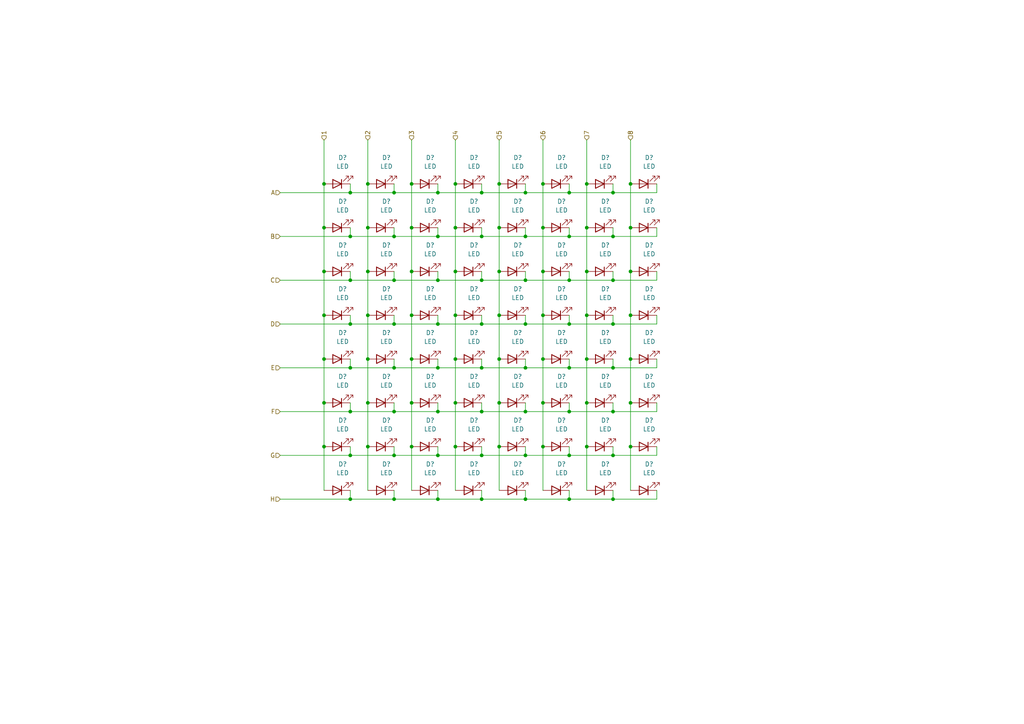
<source format=kicad_sch>
(kicad_sch (version 20230121) (generator eeschema)
  (paper "A4")
  (lib_symbols
    (symbol "Device:LED" (pin_numbers hide) (pin_names (offset 1.016) hide)
      (property "Reference" "D" (at 0 2.54 0))
      (property "Value" "LED" (at 0 -2.54 0))
      (symbol "LED_0_1"
        (polyline (pts (xy -1.27 -1.27) (xy -1.27 1.27)) (stroke (width 0.254)))
        (polyline (pts (xy -1.27 0) (xy 1.27 0)))
        (polyline (pts (xy 1.27 -1.27) (xy 1.27 1.27) (xy -1.27 0) (xy 1.27 -1.27)) (stroke (width 0.254)))
        (polyline (pts (xy -3.048 -0.762) (xy -4.572 -2.286) (xy -3.81 -2.286) (xy -4.572 -2.286) (xy -4.572 -1.524)))
        (polyline (pts (xy -1.778 -0.762) (xy -3.302 -2.286) (xy -2.54 -2.286) (xy -3.302 -2.286) (xy -3.302 -1.524)))
      )
      (symbol "LED_1_1"
        (pin passive line (at -3.81 0 0) (length 2.54) (name "K") (number "1"))
        (pin passive line (at 3.81 0 180) (length 2.54) (name "A") (number "2"))
      )
    )
  )
  (junction (at 139.7 106.68))
  (junction (at 182.88 78.74))
  (junction (at 170.18 104.14))
  (junction (at 114.3 132.08))
  (junction (at 177.8 106.68))
  (junction (at 106.68 129.54))
  (junction (at 114.3 119.38))
  (junction (at 165.1 106.68))
  (junction (at 152.4 55.88))
  (junction (at 101.6 68.58))
  (junction (at 132.08 104.14))
  (junction (at 177.8 81.28))
  (junction (at 182.88 91.44))
  (junction (at 106.68 91.44))
  (junction (at 114.3 81.28))
  (junction (at 165.1 93.98))
  (junction (at 165.1 55.88))
  (junction (at 132.08 78.74))
  (junction (at 114.3 68.58))
  (junction (at 139.7 93.98))
  (junction (at 132.08 66.04))
  (junction (at 101.6 106.68))
  (junction (at 170.18 116.84))
  (junction (at 152.4 119.38))
  (junction (at 93.98 53.34))
  (junction (at 139.7 144.78))
  (junction (at 182.88 116.84))
  (junction (at 106.68 66.04))
  (junction (at 114.3 55.88))
  (junction (at 93.98 66.04))
  (junction (at 119.38 129.54))
  (junction (at 139.7 81.28))
  (junction (at 127 132.08))
  (junction (at 182.88 129.54))
  (junction (at 170.18 66.04))
  (junction (at 182.88 66.04))
  (junction (at 177.8 132.08))
  (junction (at 101.6 93.98))
  (junction (at 139.7 132.08))
  (junction (at 101.6 132.08))
  (junction (at 177.8 68.58))
  (junction (at 114.3 106.68))
  (junction (at 132.08 91.44))
  (junction (at 101.6 144.78))
  (junction (at 177.8 55.88))
  (junction (at 170.18 78.74))
  (junction (at 119.38 104.14))
  (junction (at 152.4 144.78))
  (junction (at 165.1 119.38))
  (junction (at 152.4 93.98))
  (junction (at 165.1 144.78))
  (junction (at 114.3 93.98))
  (junction (at 101.6 55.88))
  (junction (at 165.1 132.08))
  (junction (at 177.8 144.78))
  (junction (at 144.78 91.44))
  (junction (at 182.88 104.14))
  (junction (at 170.18 129.54))
  (junction (at 93.98 104.14))
  (junction (at 119.38 116.84))
  (junction (at 170.18 53.34))
  (junction (at 119.38 78.74))
  (junction (at 165.1 68.58))
  (junction (at 106.68 116.84))
  (junction (at 157.48 78.74))
  (junction (at 127 55.88))
  (junction (at 127 144.78))
  (junction (at 93.98 91.44))
  (junction (at 127 93.98))
  (junction (at 93.98 129.54))
  (junction (at 144.78 116.84))
  (junction (at 106.68 78.74))
  (junction (at 127 106.68))
  (junction (at 152.4 68.58))
  (junction (at 157.48 66.04))
  (junction (at 127 119.38))
  (junction (at 177.8 119.38))
  (junction (at 101.6 119.38))
  (junction (at 177.8 93.98))
  (junction (at 101.6 81.28))
  (junction (at 157.48 53.34))
  (junction (at 144.78 53.34))
  (junction (at 132.08 129.54))
  (junction (at 144.78 104.14))
  (junction (at 144.78 129.54))
  (junction (at 106.68 53.34))
  (junction (at 114.3 144.78))
  (junction (at 132.08 116.84))
  (junction (at 152.4 81.28))
  (junction (at 157.48 91.44))
  (junction (at 119.38 66.04))
  (junction (at 152.4 132.08))
  (junction (at 127 68.58))
  (junction (at 106.68 104.14))
  (junction (at 119.38 53.34))
  (junction (at 132.08 53.34))
  (junction (at 93.98 116.84))
  (junction (at 157.48 116.84))
  (junction (at 165.1 81.28))
  (junction (at 127 81.28))
  (junction (at 93.98 78.74))
  (junction (at 152.4 106.68))
  (junction (at 139.7 55.88))
  (junction (at 144.78 66.04))
  (junction (at 157.48 129.54))
  (junction (at 170.18 91.44))
  (junction (at 139.7 119.38))
  (junction (at 119.38 91.44))
  (junction (at 182.88 53.34))
  (junction (at 157.48 104.14))
  (junction (at 139.7 68.58))
  (junction (at 144.78 78.74))
  (wire (pts (xy 101.6 116.84) (xy 101.6 119.38)))
  (wire (pts (xy 165.1 129.54) (xy 165.1 132.08)))
  (wire (pts (xy 190.5 93.98) (xy 190.5 91.44)))
  (wire (pts (xy 182.88 104.14) (xy 182.88 116.84)))
  (wire (pts (xy 127 91.44) (xy 127 93.98)))
  (wire (pts (xy 139.7 129.54) (xy 139.7 132.08)))
  (wire (pts (xy 157.48 91.44) (xy 157.48 104.14)))
  (wire (pts (xy 182.88 66.04) (xy 182.88 78.74)))
  (wire (pts (xy 101.6 66.04) (xy 101.6 68.58)))
  (wire (pts (xy 114.3 68.58) (xy 127 68.58)))
  (wire (pts (xy 127 144.78) (xy 139.7 144.78)))
  (wire (pts (xy 114.3 116.84) (xy 114.3 119.38)))
  (wire (pts (xy 170.18 91.44) (xy 170.18 104.14)))
  (wire (pts (xy 93.98 40.64) (xy 93.98 53.34)))
  (wire (pts (xy 157.48 116.84) (xy 157.48 129.54)))
  (wire (pts (xy 177.8 93.98) (xy 190.5 93.98)))
  (wire (pts (xy 152.4 93.98) (xy 165.1 93.98)))
  (wire (pts (xy 127 53.34) (xy 127 55.88)))
  (wire (pts (xy 170.18 66.04) (xy 170.18 78.74)))
  (wire (pts (xy 182.88 116.84) (xy 182.88 129.54)))
  (wire (pts (xy 152.4 106.68) (xy 165.1 106.68)))
  (wire (pts (xy 106.68 53.34) (xy 106.68 66.04)))
  (wire (pts (xy 101.6 91.44) (xy 101.6 93.98)))
  (wire (pts (xy 127 106.68) (xy 139.7 106.68)))
  (wire (pts (xy 106.68 78.74) (xy 106.68 91.44)))
  (wire (pts (xy 177.8 68.58) (xy 190.5 68.58)))
  (wire (pts (xy 139.7 106.68) (xy 152.4 106.68)))
  (wire (pts (xy 106.68 129.54) (xy 106.68 142.24)))
  (wire (pts (xy 101.6 104.14) (xy 101.6 106.68)))
  (wire (pts (xy 152.4 144.78) (xy 165.1 144.78)))
  (wire (pts (xy 139.7 68.58) (xy 152.4 68.58)))
  (wire (pts (xy 144.78 116.84) (xy 144.78 129.54)))
  (wire (pts (xy 177.8 91.44) (xy 177.8 93.98)))
  (wire (pts (xy 139.7 144.78) (xy 152.4 144.78)))
  (wire (pts (xy 144.78 66.04) (xy 144.78 78.74)))
  (wire (pts (xy 152.4 78.74) (xy 152.4 81.28)))
  (wire (pts (xy 182.88 53.34) (xy 182.88 66.04)))
  (wire (pts (xy 127 119.38) (xy 139.7 119.38)))
  (wire (pts (xy 165.1 132.08) (xy 177.8 132.08)))
  (wire (pts (xy 182.88 78.74) (xy 182.88 91.44)))
  (wire (pts (xy 127 93.98) (xy 139.7 93.98)))
  (wire (pts (xy 119.38 53.34) (xy 119.38 66.04)))
  (wire (pts (xy 139.7 78.74) (xy 139.7 81.28)))
  (wire (pts (xy 101.6 142.24) (xy 101.6 144.78)))
  (wire (pts (xy 106.68 66.04) (xy 106.68 78.74)))
  (wire (pts (xy 101.6 55.88) (xy 114.3 55.88)))
  (wire (pts (xy 114.3 119.38) (xy 127 119.38)))
  (wire (pts (xy 114.3 66.04) (xy 114.3 68.58)))
  (wire (pts (xy 157.48 129.54) (xy 157.48 142.24)))
  (wire (pts (xy 165.1 81.28) (xy 177.8 81.28)))
  (wire (pts (xy 190.5 68.58) (xy 190.5 66.04)))
  (wire (pts (xy 165.1 144.78) (xy 177.8 144.78)))
  (wire (pts (xy 127 81.28) (xy 139.7 81.28)))
  (wire (pts (xy 152.4 104.14) (xy 152.4 106.68)))
  (wire (pts (xy 177.8 116.84) (xy 177.8 119.38)))
  (wire (pts (xy 127 78.74) (xy 127 81.28)))
  (wire (pts (xy 106.68 116.84) (xy 106.68 129.54)))
  (wire (pts (xy 152.4 66.04) (xy 152.4 68.58)))
  (wire (pts (xy 127 68.58) (xy 139.7 68.58)))
  (wire (pts (xy 132.08 129.54) (xy 132.08 142.24)))
  (wire (pts (xy 152.4 81.28) (xy 165.1 81.28)))
  (wire (pts (xy 132.08 91.44) (xy 132.08 104.14)))
  (wire (pts (xy 165.1 116.84) (xy 165.1 119.38)))
  (wire (pts (xy 144.78 53.34) (xy 144.78 66.04)))
  (wire (pts (xy 152.4 129.54) (xy 152.4 132.08)))
  (wire (pts (xy 165.1 104.14) (xy 165.1 106.68)))
  (wire (pts (xy 93.98 104.14) (xy 93.98 116.84)))
  (wire (pts (xy 152.4 116.84) (xy 152.4 119.38)))
  (wire (pts (xy 127 104.14) (xy 127 106.68)))
  (wire (pts (xy 114.3 91.44) (xy 114.3 93.98)))
  (wire (pts (xy 132.08 116.84) (xy 132.08 129.54)))
  (wire (pts (xy 93.98 78.74) (xy 93.98 91.44)))
  (wire (pts (xy 177.8 106.68) (xy 190.5 106.68)))
  (wire (pts (xy 165.1 106.68) (xy 177.8 106.68)))
  (wire (pts (xy 139.7 142.24) (xy 139.7 144.78)))
  (wire (pts (xy 132.08 40.64) (xy 132.08 53.34)))
  (wire (pts (xy 114.3 104.14) (xy 114.3 106.68)))
  (wire (pts (xy 101.6 93.98) (xy 114.3 93.98)))
  (wire (pts (xy 157.48 40.64) (xy 157.48 53.34)))
  (wire (pts (xy 101.6 144.78) (xy 114.3 144.78)))
  (wire (pts (xy 101.6 81.28) (xy 114.3 81.28)))
  (wire (pts (xy 119.38 116.84) (xy 119.38 129.54)))
  (wire (pts (xy 177.8 129.54) (xy 177.8 132.08)))
  (wire (pts (xy 101.6 119.38) (xy 114.3 119.38)))
  (wire (pts (xy 152.4 55.88) (xy 165.1 55.88)))
  (wire (pts (xy 81.28 93.98) (xy 101.6 93.98)))
  (wire (pts (xy 157.48 104.14) (xy 157.48 116.84)))
  (wire (pts (xy 165.1 93.98) (xy 177.8 93.98)))
  (wire (pts (xy 119.38 40.64) (xy 119.38 53.34)))
  (wire (pts (xy 81.28 132.08) (xy 101.6 132.08)))
  (wire (pts (xy 190.5 53.34) (xy 190.5 55.88)))
  (wire (pts (xy 165.1 91.44) (xy 165.1 93.98)))
  (wire (pts (xy 170.18 129.54) (xy 170.18 142.24)))
  (wire (pts (xy 127 129.54) (xy 127 132.08)))
  (wire (pts (xy 170.18 40.64) (xy 170.18 53.34)))
  (wire (pts (xy 106.68 104.14) (xy 106.68 116.84)))
  (wire (pts (xy 139.7 93.98) (xy 152.4 93.98)))
  (wire (pts (xy 119.38 91.44) (xy 119.38 104.14)))
  (wire (pts (xy 177.8 81.28) (xy 190.5 81.28)))
  (wire (pts (xy 81.28 119.38) (xy 101.6 119.38)))
  (wire (pts (xy 152.4 142.24) (xy 152.4 144.78)))
  (wire (pts (xy 165.1 55.88) (xy 177.8 55.88)))
  (wire (pts (xy 119.38 78.74) (xy 119.38 91.44)))
  (wire (pts (xy 81.28 144.78) (xy 101.6 144.78)))
  (wire (pts (xy 177.8 55.88) (xy 190.5 55.88)))
  (wire (pts (xy 114.3 53.34) (xy 114.3 55.88)))
  (wire (pts (xy 81.28 55.88) (xy 101.6 55.88)))
  (wire (pts (xy 165.1 68.58) (xy 177.8 68.58)))
  (wire (pts (xy 101.6 132.08) (xy 114.3 132.08)))
  (wire (pts (xy 177.8 132.08) (xy 190.5 132.08)))
  (wire (pts (xy 132.08 78.74) (xy 132.08 91.44)))
  (wire (pts (xy 165.1 78.74) (xy 165.1 81.28)))
  (wire (pts (xy 144.78 129.54) (xy 144.78 142.24)))
  (wire (pts (xy 177.8 144.78) (xy 190.5 144.78)))
  (wire (pts (xy 106.68 91.44) (xy 106.68 104.14)))
  (wire (pts (xy 139.7 66.04) (xy 139.7 68.58)))
  (wire (pts (xy 93.98 129.54) (xy 93.98 142.24)))
  (wire (pts (xy 114.3 142.24) (xy 114.3 144.78)))
  (wire (pts (xy 144.78 104.14) (xy 144.78 116.84)))
  (wire (pts (xy 114.3 81.28) (xy 127 81.28)))
  (wire (pts (xy 144.78 40.64) (xy 144.78 53.34)))
  (wire (pts (xy 127 142.24) (xy 127 144.78)))
  (wire (pts (xy 139.7 132.08) (xy 152.4 132.08)))
  (wire (pts (xy 177.8 119.38) (xy 190.5 119.38)))
  (wire (pts (xy 101.6 106.68) (xy 114.3 106.68)))
  (wire (pts (xy 119.38 129.54) (xy 119.38 142.24)))
  (wire (pts (xy 93.98 116.84) (xy 93.98 129.54)))
  (wire (pts (xy 119.38 66.04) (xy 119.38 78.74)))
  (wire (pts (xy 114.3 55.88) (xy 127 55.88)))
  (wire (pts (xy 157.48 66.04) (xy 157.48 78.74)))
  (wire (pts (xy 114.3 144.78) (xy 127 144.78)))
  (wire (pts (xy 177.8 53.34) (xy 177.8 55.88)))
  (wire (pts (xy 114.3 106.68) (xy 127 106.68)))
  (wire (pts (xy 152.4 119.38) (xy 165.1 119.38)))
  (wire (pts (xy 139.7 116.84) (xy 139.7 119.38)))
  (wire (pts (xy 132.08 104.14) (xy 132.08 116.84)))
  (wire (pts (xy 81.28 68.58) (xy 101.6 68.58)))
  (wire (pts (xy 106.68 40.64) (xy 106.68 53.34)))
  (wire (pts (xy 152.4 132.08) (xy 165.1 132.08)))
  (wire (pts (xy 114.3 93.98) (xy 127 93.98)))
  (wire (pts (xy 157.48 78.74) (xy 157.48 91.44)))
  (wire (pts (xy 182.88 91.44) (xy 182.88 104.14)))
  (wire (pts (xy 139.7 104.14) (xy 139.7 106.68)))
  (wire (pts (xy 127 116.84) (xy 127 119.38)))
  (wire (pts (xy 139.7 81.28) (xy 152.4 81.28)))
  (wire (pts (xy 177.8 66.04) (xy 177.8 68.58)))
  (wire (pts (xy 139.7 53.34) (xy 139.7 55.88)))
  (wire (pts (xy 139.7 119.38) (xy 152.4 119.38)))
  (wire (pts (xy 101.6 53.34) (xy 101.6 55.88)))
  (wire (pts (xy 93.98 66.04) (xy 93.98 78.74)))
  (wire (pts (xy 139.7 91.44) (xy 139.7 93.98)))
  (wire (pts (xy 177.8 78.74) (xy 177.8 81.28)))
  (wire (pts (xy 165.1 142.24) (xy 165.1 144.78)))
  (wire (pts (xy 127 55.88) (xy 139.7 55.88)))
  (wire (pts (xy 190.5 81.28) (xy 190.5 78.74)))
  (wire (pts (xy 177.8 104.14) (xy 177.8 106.68)))
  (wire (pts (xy 190.5 106.68) (xy 190.5 104.14)))
  (wire (pts (xy 152.4 68.58) (xy 165.1 68.58)))
  (wire (pts (xy 165.1 119.38) (xy 177.8 119.38)))
  (wire (pts (xy 144.78 91.44) (xy 144.78 104.14)))
  (wire (pts (xy 101.6 68.58) (xy 114.3 68.58)))
  (wire (pts (xy 119.38 104.14) (xy 119.38 116.84)))
  (wire (pts (xy 93.98 53.34) (xy 93.98 66.04)))
  (wire (pts (xy 81.28 106.68) (xy 101.6 106.68)))
  (wire (pts (xy 182.88 40.64) (xy 182.88 53.34)))
  (wire (pts (xy 182.88 129.54) (xy 182.88 142.24)))
  (wire (pts (xy 127 132.08) (xy 139.7 132.08)))
  (wire (pts (xy 170.18 53.34) (xy 170.18 66.04)))
  (wire (pts (xy 157.48 53.34) (xy 157.48 66.04)))
  (wire (pts (xy 132.08 53.34) (xy 132.08 66.04)))
  (wire (pts (xy 170.18 78.74) (xy 170.18 91.44)))
  (wire (pts (xy 144.78 78.74) (xy 144.78 91.44)))
  (wire (pts (xy 165.1 53.34) (xy 165.1 55.88)))
  (wire (pts (xy 177.8 142.24) (xy 177.8 144.78)))
  (wire (pts (xy 165.1 66.04) (xy 165.1 68.58)))
  (wire (pts (xy 139.7 55.88) (xy 152.4 55.88)))
  (wire (pts (xy 101.6 129.54) (xy 101.6 132.08)))
  (wire (pts (xy 114.3 132.08) (xy 127 132.08)))
  (wire (pts (xy 101.6 78.74) (xy 101.6 81.28)))
  (wire (pts (xy 114.3 129.54) (xy 114.3 132.08)))
  (wire (pts (xy 132.08 66.04) (xy 132.08 78.74)))
  (wire (pts (xy 170.18 104.14) (xy 170.18 116.84)))
  (wire (pts (xy 152.4 91.44) (xy 152.4 93.98)))
  (wire (pts (xy 190.5 144.78) (xy 190.5 142.24)))
  (wire (pts (xy 81.28 81.28) (xy 101.6 81.28)))
  (wire (pts (xy 170.18 116.84) (xy 170.18 129.54)))
  (wire (pts (xy 114.3 78.74) (xy 114.3 81.28)))
  (wire (pts (xy 190.5 132.08) (xy 190.5 129.54)))
  (wire (pts (xy 93.98 91.44) (xy 93.98 104.14)))
  (wire (pts (xy 152.4 53.34) (xy 152.4 55.88)))
  (wire (pts (xy 190.5 119.38) (xy 190.5 116.84)))
  (wire (pts (xy 127 66.04) (xy 127 68.58)))
  (hierarchical_label "G" (shape input) (at 81.28 132.08 180))
  (hierarchical_label "7" (shape input) (at 170.18 40.64 90))
  (hierarchical_label "H" (shape input) (at 81.28 144.78 180))
  (hierarchical_label "4" (shape input) (at 132.08 40.64 90))
  (hierarchical_label "1" (shape input) (at 93.98 40.64 90))
  (hierarchical_label "D" (shape input) (at 81.28 93.98 180))
  (hierarchical_label "5" (shape input) (at 144.78 40.64 90))
  (hierarchical_label "8" (shape input) (at 182.88 40.64 90))
  (hierarchical_label "F" (shape input) (at 81.28 119.38 180))
  (hierarchical_label "3" (shape input) (at 119.38 40.64 90))
  (hierarchical_label "C" (shape input) (at 81.28 81.28 180))
  (hierarchical_label "6" (shape input) (at 157.48 40.64 90))
  (hierarchical_label "B" (shape input) (at 81.28 68.58 180))
  (hierarchical_label "E" (shape input) (at 81.28 106.68 180))
  (hierarchical_label "2" (shape input) (at 106.68 40.64 90))
  (hierarchical_label "A" (shape input) (at 81.28 55.88 180))
  (symbol (lib_id "Device:LED") (at 135.89 91.44 180) (unit 1)
    (property "Reference" "D?" (at 137.4775 83.82 0))
    (property "Value" "LED" (at 137.4775 86.36 0))
    (property "Footprint" "LED_SMD:LED_0603_1608Metric" (effects hide))
    (instances (project "Card" (path "" (reference "D?") (unit 1)) (path "" (reference "D28") (unit 1)) (path "" (reference "D156") (unit 1)) (path "" (reference "D220") (unit 1)) (path "" (reference "D92") (unit 1))))
  )
  (symbol (lib_id "Device:LED") (at 148.59 116.84 180) (unit 1)
    (property "Reference" "D?" (at 150.1775 109.22 0))
    (property "Value" "LED" (at 150.1775 111.76 0))
    (property "Footprint" "LED_SMD:LED_0603_1608Metric" (effects hide))
    (instances (project "Card" (path "" (reference "D?") (unit 1)) (path "" (reference "D38") (unit 1)) (path "" (reference "D166") (unit 1)) (path "" (reference "D230") (unit 1)) (path "" (reference "D102") (unit 1))))
  )
  (symbol (lib_id "Device:LED") (at 135.89 116.84 180) (unit 1)
    (property "Reference" "D?" (at 137.4775 109.22 0))
    (property "Value" "LED" (at 137.4775 111.76 0))
    (property "Footprint" "LED_SMD:LED_0603_1608Metric" (effects hide))
    (instances (project "Card" (path "" (reference "D?") (unit 1)) (path "" (reference "D30") (unit 1)) (path "" (reference "D158") (unit 1)) (path "" (reference "D222") (unit 1)) (path "" (reference "D94") (unit 1))))
  )
  (symbol (lib_id "Device:LED") (at 110.49 104.14 180) (unit 1)
    (property "Reference" "D?" (at 112.0775 96.52 0))
    (property "Value" "LED" (at 112.0775 99.06 0))
    (property "Footprint" "LED_SMD:LED_0603_1608Metric" (effects hide))
    (instances (project "Card" (path "" (reference "D?") (unit 1)) (path "" (reference "D13") (unit 1)) (path "" (reference "D141") (unit 1)) (path "" (reference "D205") (unit 1)) (path "" (reference "D77") (unit 1))))
  )
  (symbol (lib_id "Device:LED") (at 173.99 129.54 180) (unit 1)
    (property "Reference" "D?" (at 175.5775 121.92 0))
    (property "Value" "LED" (at 175.5775 124.46 0))
    (property "Footprint" "LED_SMD:LED_0603_1608Metric" (effects hide))
    (instances (project "Card" (path "" (reference "D?") (unit 1)) (path "" (reference "D55") (unit 1)) (path "" (reference "D183") (unit 1)) (path "" (reference "D247") (unit 1)) (path "" (reference "D119") (unit 1))))
  )
  (symbol (lib_id "Device:LED") (at 135.89 66.04 180) (unit 1)
    (property "Reference" "D?" (at 137.4775 58.42 0))
    (property "Value" "LED" (at 137.4775 60.96 0))
    (property "Footprint" "LED_SMD:LED_0603_1608Metric" (effects hide))
    (instances (project "Card" (path "" (reference "D?") (unit 1)) (path "" (reference "D26") (unit 1)) (path "" (reference "D154") (unit 1)) (path "" (reference "D218") (unit 1)) (path "" (reference "D90") (unit 1))))
  )
  (symbol (lib_id "Device:LED") (at 123.19 129.54 180) (unit 1)
    (property "Reference" "D?" (at 124.7775 121.92 0))
    (property "Value" "LED" (at 124.7775 124.46 0))
    (property "Footprint" "LED_SMD:LED_0603_1608Metric" (effects hide))
    (instances (project "Card" (path "" (reference "D?") (unit 1)) (path "" (reference "D23") (unit 1)) (path "" (reference "D151") (unit 1)) (path "" (reference "D215") (unit 1)) (path "" (reference "D87") (unit 1))))
  )
  (symbol (lib_id "Device:LED") (at 123.19 91.44 180) (unit 1)
    (property "Reference" "D?" (at 124.7775 83.82 0))
    (property "Value" "LED" (at 124.7775 86.36 0))
    (property "Footprint" "LED_SMD:LED_0603_1608Metric" (effects hide))
    (instances (project "Card" (path "" (reference "D?") (unit 1)) (path "" (reference "D20") (unit 1)) (path "" (reference "D148") (unit 1)) (path "" (reference "D212") (unit 1)) (path "" (reference "D84") (unit 1))))
  )
  (symbol (lib_id "Device:LED") (at 123.19 66.04 180) (unit 1)
    (property "Reference" "D?" (at 124.7775 58.42 0))
    (property "Value" "LED" (at 124.7775 60.96 0))
    (property "Footprint" "LED_SMD:LED_0603_1608Metric" (effects hide))
    (instances (project "Card" (path "" (reference "D?") (unit 1)) (path "" (reference "D18") (unit 1)) (path "" (reference "D146") (unit 1)) (path "" (reference "D210") (unit 1)) (path "" (reference "D82") (unit 1))))
  )
  (symbol (lib_id "Device:LED") (at 173.99 91.44 180) (unit 1)
    (property "Reference" "D?" (at 175.5775 83.82 0))
    (property "Value" "LED" (at 175.5775 86.36 0))
    (property "Footprint" "LED_SMD:LED_0603_1608Metric" (effects hide))
    (instances (project "Card" (path "" (reference "D?") (unit 1)) (path "" (reference "D52") (unit 1)) (path "" (reference "D180") (unit 1)) (path "" (reference "D244") (unit 1)) (path "" (reference "D116") (unit 1))))
  )
  (symbol (lib_id "Device:LED") (at 97.79 53.34 180) (unit 1)
    (property "Reference" "D?" (at 99.3775 45.72 0))
    (property "Value" "LED" (at 99.3775 48.26 0))
    (property "Footprint" "LED_SMD:LED_0603_1608Metric" (effects hide))
    (instances (project "Card" (path "" (reference "D?") (unit 1)) (path "" (reference "D1") (unit 1)) (path "" (reference "D129") (unit 1)) (path "" (reference "D193") (unit 1)) (path "" (reference "D65") (unit 1))))
  )
  (symbol (lib_id "Device:LED") (at 161.29 104.14 180) (unit 1)
    (property "Reference" "D?" (at 162.8775 96.52 0))
    (property "Value" "LED" (at 162.8775 99.06 0))
    (property "Footprint" "LED_SMD:LED_0603_1608Metric" (effects hide))
    (instances (project "Card" (path "" (reference "D?") (unit 1)) (path "" (reference "D45") (unit 1)) (path "" (reference "D173") (unit 1)) (path "" (reference "D237") (unit 1)) (path "" (reference "D109") (unit 1))))
  )
  (symbol (lib_id "Device:LED") (at 97.79 104.14 180) (unit 1)
    (property "Reference" "D?" (at 99.3775 96.52 0))
    (property "Value" "LED" (at 99.3775 99.06 0))
    (property "Footprint" "LED_SMD:LED_0603_1608Metric" (effects hide))
    (instances (project "Card" (path "" (reference "D?") (unit 1)) (path "" (reference "D5") (unit 1)) (path "" (reference "D133") (unit 1)) (path "" (reference "D197") (unit 1)) (path "" (reference "D69") (unit 1))))
  )
  (symbol (lib_id "Device:LED") (at 148.59 66.04 180) (unit 1)
    (property "Reference" "D?" (at 150.1775 58.42 0))
    (property "Value" "LED" (at 150.1775 60.96 0))
    (property "Footprint" "LED_SMD:LED_0603_1608Metric" (effects hide))
    (instances (project "Card" (path "" (reference "D?") (unit 1)) (path "" (reference "D34") (unit 1)) (path "" (reference "D162") (unit 1)) (path "" (reference "D226") (unit 1)) (path "" (reference "D98") (unit 1))))
  )
  (symbol (lib_id "Device:LED") (at 97.79 78.74 180) (unit 1)
    (property "Reference" "D?" (at 99.3775 71.12 0))
    (property "Value" "LED" (at 99.3775 73.66 0))
    (property "Footprint" "LED_SMD:LED_0603_1608Metric" (effects hide))
    (instances (project "Card" (path "" (reference "D?") (unit 1)) (path "" (reference "D3") (unit 1)) (path "" (reference "D131") (unit 1)) (path "" (reference "D195") (unit 1)) (path "" (reference "D67") (unit 1))))
  )
  (symbol (lib_id "Device:LED") (at 161.29 78.74 180) (unit 1)
    (property "Reference" "D?" (at 162.8775 71.12 0))
    (property "Value" "LED" (at 162.8775 73.66 0))
    (property "Footprint" "LED_SMD:LED_0603_1608Metric" (effects hide))
    (instances (project "Card" (path "" (reference "D?") (unit 1)) (path "" (reference "D43") (unit 1)) (path "" (reference "D171") (unit 1)) (path "" (reference "D235") (unit 1)) (path "" (reference "D107") (unit 1))))
  )
  (symbol (lib_id "Device:LED") (at 186.69 129.54 180) (unit 1)
    (property "Reference" "D?" (at 188.2775 121.92 0))
    (property "Value" "LED" (at 188.2775 124.46 0))
    (property "Footprint" "LED_SMD:LED_0603_1608Metric" (effects hide))
    (instances (project "Card" (path "" (reference "D?") (unit 1)) (path "" (reference "D63") (unit 1)) (path "" (reference "D191") (unit 1)) (path "" (reference "D255") (unit 1)) (path "" (reference "D127") (unit 1))))
  )
  (symbol (lib_id "Device:LED") (at 148.59 129.54 180) (unit 1)
    (property "Reference" "D?" (at 150.1775 121.92 0))
    (property "Value" "LED" (at 150.1775 124.46 0))
    (property "Footprint" "LED_SMD:LED_0603_1608Metric" (effects hide))
    (instances (project "Card" (path "" (reference "D?") (unit 1)) (path "" (reference "D39") (unit 1)) (path "" (reference "D167") (unit 1)) (path "" (reference "D231") (unit 1)) (path "" (reference "D103") (unit 1))))
  )
  (symbol (lib_id "Device:LED") (at 123.19 104.14 180) (unit 1)
    (property "Reference" "D?" (at 124.7775 96.52 0))
    (property "Value" "LED" (at 124.7775 99.06 0))
    (property "Footprint" "LED_SMD:LED_0603_1608Metric" (effects hide))
    (instances (project "Card" (path "" (reference "D?") (unit 1)) (path "" (reference "D21") (unit 1)) (path "" (reference "D149") (unit 1)) (path "" (reference "D213") (unit 1)) (path "" (reference "D85") (unit 1))))
  )
  (symbol (lib_id "Device:LED") (at 148.59 78.74 180) (unit 1)
    (property "Reference" "D?" (at 150.1775 71.12 0))
    (property "Value" "LED" (at 150.1775 73.66 0))
    (property "Footprint" "LED_SMD:LED_0603_1608Metric" (effects hide))
    (instances (project "Card" (path "" (reference "D?") (unit 1)) (path "" (reference "D35") (unit 1)) (path "" (reference "D163") (unit 1)) (path "" (reference "D227") (unit 1)) (path "" (reference "D99") (unit 1))))
  )
  (symbol (lib_id "Device:LED") (at 148.59 142.24 180) (unit 1)
    (property "Reference" "D?" (at 150.1775 134.62 0))
    (property "Value" "LED" (at 150.1775 137.16 0))
    (property "Footprint" "LED_SMD:LED_0603_1608Metric" (effects hide))
    (instances (project "Card" (path "" (reference "D?") (unit 1)) (path "" (reference "D40") (unit 1)) (path "" (reference "D168") (unit 1)) (path "" (reference "D232") (unit 1)) (path "" (reference "D104") (unit 1))))
  )
  (symbol (lib_id "Device:LED") (at 135.89 142.24 180) (unit 1)
    (property "Reference" "D?" (at 137.4775 134.62 0))
    (property "Value" "LED" (at 137.4775 137.16 0))
    (property "Footprint" "LED_SMD:LED_0603_1608Metric" (effects hide))
    (instances (project "Card" (path "" (reference "D?") (unit 1)) (path "" (reference "D32") (unit 1)) (path "" (reference "D160") (unit 1)) (path "" (reference "D224") (unit 1)) (path "" (reference "D96") (unit 1))))
  )
  (symbol (lib_id "Device:LED") (at 135.89 104.14 180) (unit 1)
    (property "Reference" "D?" (at 137.4775 96.52 0))
    (property "Value" "LED" (at 137.4775 99.06 0))
    (property "Footprint" "LED_SMD:LED_0603_1608Metric" (effects hide))
    (instances (project "Card" (path "" (reference "D?") (unit 1)) (path "" (reference "D29") (unit 1)) (path "" (reference "D157") (unit 1)) (path "" (reference "D221") (unit 1)) (path "" (reference "D93") (unit 1))))
  )
  (symbol (lib_id "Device:LED") (at 97.79 142.24 180) (unit 1)
    (property "Reference" "D?" (at 99.3775 134.62 0))
    (property "Value" "LED" (at 99.3775 137.16 0))
    (property "Footprint" "LED_SMD:LED_0603_1608Metric" (effects hide))
    (instances (project "Card" (path "" (reference "D?") (unit 1)) (path "" (reference "D8") (unit 1)) (path "" (reference "D136") (unit 1)) (path "" (reference "D200") (unit 1)) (path "" (reference "D72") (unit 1))))
  )
  (symbol (lib_id "Device:LED") (at 148.59 91.44 180) (unit 1)
    (property "Reference" "D?" (at 150.1775 83.82 0))
    (property "Value" "LED" (at 150.1775 86.36 0))
    (property "Footprint" "LED_SMD:LED_0603_1608Metric" (effects hide))
    (instances (project "Card" (path "" (reference "D?") (unit 1)) (path "" (reference "D36") (unit 1)) (path "" (reference "D164") (unit 1)) (path "" (reference "D228") (unit 1)) (path "" (reference "D100") (unit 1))))
  )
  (symbol (lib_id "Device:LED") (at 161.29 116.84 180) (unit 1)
    (property "Reference" "D?" (at 162.8775 109.22 0))
    (property "Value" "LED" (at 162.8775 111.76 0))
    (property "Footprint" "LED_SMD:LED_0603_1608Metric" (effects hide))
    (instances (project "Card" (path "" (reference "D?") (unit 1)) (path "" (reference "D46") (unit 1)) (path "" (reference "D174") (unit 1)) (path "" (reference "D238") (unit 1)) (path "" (reference "D110") (unit 1))))
  )
  (symbol (lib_id "Device:LED") (at 148.59 53.34 180) (unit 1)
    (property "Reference" "D?" (at 150.1775 45.72 0))
    (property "Value" "LED" (at 150.1775 48.26 0))
    (property "Footprint" "LED_SMD:LED_0603_1608Metric" (effects hide))
    (instances (project "Card" (path "" (reference "D?") (unit 1)) (path "" (reference "D33") (unit 1)) (path "" (reference "D161") (unit 1)) (path "" (reference "D225") (unit 1)) (path "" (reference "D97") (unit 1))))
  )
  (symbol (lib_id "Device:LED") (at 123.19 142.24 180) (unit 1)
    (property "Reference" "D?" (at 124.7775 134.62 0))
    (property "Value" "LED" (at 124.7775 137.16 0))
    (property "Footprint" "LED_SMD:LED_0603_1608Metric" (effects hide))
    (instances (project "Card" (path "" (reference "D?") (unit 1)) (path "" (reference "D24") (unit 1)) (path "" (reference "D152") (unit 1)) (path "" (reference "D216") (unit 1)) (path "" (reference "D88") (unit 1))))
  )
  (symbol (lib_id "Device:LED") (at 148.59 104.14 180) (unit 1)
    (property "Reference" "D?" (at 150.1775 96.52 0))
    (property "Value" "LED" (at 150.1775 99.06 0))
    (property "Footprint" "LED_SMD:LED_0603_1608Metric" (effects hide))
    (instances (project "Card" (path "" (reference "D?") (unit 1)) (path "" (reference "D37") (unit 1)) (path "" (reference "D165") (unit 1)) (path "" (reference "D229") (unit 1)) (path "" (reference "D101") (unit 1))))
  )
  (symbol (lib_id "Device:LED") (at 97.79 66.04 180) (unit 1)
    (property "Reference" "D?" (at 99.3775 58.42 0))
    (property "Value" "LED" (at 99.3775 60.96 0))
    (property "Footprint" "LED_SMD:LED_0603_1608Metric" (effects hide))
    (instances (project "Card" (path "" (reference "D?") (unit 1)) (path "" (reference "D2") (unit 1)) (path "" (reference "D130") (unit 1)) (path "" (reference "D194") (unit 1)) (path "" (reference "D66") (unit 1))))
  )
  (symbol (lib_id "Device:LED") (at 97.79 116.84 180) (unit 1)
    (property "Reference" "D?" (at 99.3775 109.22 0))
    (property "Value" "LED" (at 99.3775 111.76 0))
    (property "Footprint" "LED_SMD:LED_0603_1608Metric" (effects hide))
    (instances (project "Card" (path "" (reference "D?") (unit 1)) (path "" (reference "D6") (unit 1)) (path "" (reference "D134") (unit 1)) (path "" (reference "D198") (unit 1)) (path "" (reference "D70") (unit 1))))
  )
  (symbol (lib_id "Device:LED") (at 173.99 78.74 180) (unit 1)
    (property "Reference" "D?" (at 175.5775 71.12 0))
    (property "Value" "LED" (at 175.5775 73.66 0))
    (property "Footprint" "LED_SMD:LED_0603_1608Metric" (effects hide))
    (instances (project "Card" (path "" (reference "D?") (unit 1)) (path "" (reference "D51") (unit 1)) (path "" (reference "D179") (unit 1)) (path "" (reference "D243") (unit 1)) (path "" (reference "D115") (unit 1))))
  )
  (symbol (lib_id "Device:LED") (at 123.19 116.84 180) (unit 1)
    (property "Reference" "D?" (at 124.7775 109.22 0))
    (property "Value" "LED" (at 124.7775 111.76 0))
    (property "Footprint" "LED_SMD:LED_0603_1608Metric" (effects hide))
    (instances (project "Card" (path "" (reference "D?") (unit 1)) (path "" (reference "D22") (unit 1)) (path "" (reference "D150") (unit 1)) (path "" (reference "D214") (unit 1)) (path "" (reference "D86") (unit 1))))
  )
  (symbol (lib_id "Device:LED") (at 110.49 78.74 180) (unit 1)
    (property "Reference" "D?" (at 112.0775 71.12 0))
    (property "Value" "LED" (at 112.0775 73.66 0))
    (property "Footprint" "LED_SMD:LED_0603_1608Metric" (effects hide))
    (instances (project "Card" (path "" (reference "D?") (unit 1)) (path "" (reference "D11") (unit 1)) (path "" (reference "D139") (unit 1)) (path "" (reference "D203") (unit 1)) (path "" (reference "D75") (unit 1))))
  )
  (symbol (lib_id "Device:LED") (at 135.89 78.74 180) (unit 1)
    (property "Reference" "D?" (at 137.4775 71.12 0))
    (property "Value" "LED" (at 137.4775 73.66 0))
    (property "Footprint" "LED_SMD:LED_0603_1608Metric" (effects hide))
    (instances (project "Card" (path "" (reference "D?") (unit 1)) (path "" (reference "D27") (unit 1)) (path "" (reference "D155") (unit 1)) (path "" (reference "D219") (unit 1)) (path "" (reference "D91") (unit 1))))
  )
  (symbol (lib_id "Device:LED") (at 135.89 53.34 180) (unit 1)
    (property "Reference" "D?" (at 137.4775 45.72 0))
    (property "Value" "LED" (at 137.4775 48.26 0))
    (property "Footprint" "LED_SMD:LED_0603_1608Metric" (effects hide))
    (instances (project "Card" (path "" (reference "D?") (unit 1)) (path "" (reference "D25") (unit 1)) (path "" (reference "D153") (unit 1)) (path "" (reference "D217") (unit 1)) (path "" (reference "D89") (unit 1))))
  )
  (symbol (lib_id "Device:LED") (at 110.49 53.34 180) (unit 1)
    (property "Reference" "D?" (at 112.0775 45.72 0))
    (property "Value" "LED" (at 112.0775 48.26 0))
    (property "Footprint" "LED_SMD:LED_0603_1608Metric" (effects hide))
    (instances (project "Card" (path "" (reference "D?") (unit 1)) (path "" (reference "D9") (unit 1)) (path "" (reference "D137") (unit 1)) (path "" (reference "D201") (unit 1)) (path "" (reference "D73") (unit 1))))
  )
  (symbol (lib_id "Device:LED") (at 110.49 142.24 180) (unit 1)
    (property "Reference" "D?" (at 112.0775 134.62 0))
    (property "Value" "LED" (at 112.0775 137.16 0))
    (property "Footprint" "LED_SMD:LED_0603_1608Metric" (effects hide))
    (instances (project "Card" (path "" (reference "D?") (unit 1)) (path "" (reference "D16") (unit 1)) (path "" (reference "D144") (unit 1)) (path "" (reference "D208") (unit 1)) (path "" (reference "D80") (unit 1))))
  )
  (symbol (lib_id "Device:LED") (at 110.49 129.54 180) (unit 1)
    (property "Reference" "D?" (at 112.0775 121.92 0))
    (property "Value" "LED" (at 112.0775 124.46 0))
    (property "Footprint" "LED_SMD:LED_0603_1608Metric" (effects hide))
    (instances (project "Card" (path "" (reference "D?") (unit 1)) (path "" (reference "D15") (unit 1)) (path "" (reference "D143") (unit 1)) (path "" (reference "D207") (unit 1)) (path "" (reference "D79") (unit 1))))
  )
  (symbol (lib_id "Device:LED") (at 161.29 53.34 180) (unit 1)
    (property "Reference" "D?" (at 162.8775 45.72 0))
    (property "Value" "LED" (at 162.8775 48.26 0))
    (property "Footprint" "LED_SMD:LED_0603_1608Metric" (effects hide))
    (instances (project "Card" (path "" (reference "D?") (unit 1)) (path "" (reference "D41") (unit 1)) (path "" (reference "D169") (unit 1)) (path "" (reference "D233") (unit 1)) (path "" (reference "D105") (unit 1))))
  )
  (symbol (lib_id "Device:LED") (at 186.69 142.24 180) (unit 1)
    (property "Reference" "D?" (at 188.2775 134.62 0))
    (property "Value" "LED" (at 188.2775 137.16 0))
    (property "Footprint" "LED_SMD:LED_0603_1608Metric" (effects hide))
    (instances (project "Card" (path "" (reference "D?") (unit 1)) (path "" (reference "D64") (unit 1)) (path "" (reference "D192") (unit 1)) (path "" (reference "D256") (unit 1)) (path "" (reference "D128") (unit 1))))
  )
  (symbol (lib_id "Device:LED") (at 161.29 142.24 180) (unit 1)
    (property "Reference" "D?" (at 162.8775 134.62 0))
    (property "Value" "LED" (at 162.8775 137.16 0))
    (property "Footprint" "LED_SMD:LED_0603_1608Metric" (effects hide))
    (instances (project "Card" (path "" (reference "D?") (unit 1)) (path "" (reference "D48") (unit 1)) (path "" (reference "D176") (unit 1)) (path "" (reference "D240") (unit 1)) (path "" (reference "D112") (unit 1))))
  )
  (symbol (lib_id "Device:LED") (at 186.69 91.44 180) (unit 1)
    (property "Reference" "D?" (at 188.2775 83.82 0))
    (property "Value" "LED" (at 188.2775 86.36 0))
    (property "Footprint" "LED_SMD:LED_0603_1608Metric" (effects hide))
    (instances (project "Card" (path "" (reference "D?") (unit 1)) (path "" (reference "D60") (unit 1)) (path "" (reference "D188") (unit 1)) (path "" (reference "D252") (unit 1)) (path "" (reference "D124") (unit 1))))
  )
  (symbol (lib_id "Device:LED") (at 186.69 78.74 180) (unit 1)
    (property "Reference" "D?" (at 188.2775 71.12 0))
    (property "Value" "LED" (at 188.2775 73.66 0))
    (property "Footprint" "LED_SMD:LED_0603_1608Metric" (effects hide))
    (instances (project "Card" (path "" (reference "D?") (unit 1)) (path "" (reference "D59") (unit 1)) (path "" (reference "D187") (unit 1)) (path "" (reference "D251") (unit 1)) (path "" (reference "D123") (unit 1))))
  )
  (symbol (lib_id "Device:LED") (at 161.29 129.54 180) (unit 1)
    (property "Reference" "D?" (at 162.8775 121.92 0))
    (property "Value" "LED" (at 162.8775 124.46 0))
    (property "Footprint" "LED_SMD:LED_0603_1608Metric" (effects hide))
    (instances (project "Card" (path "" (reference "D?") (unit 1)) (path "" (reference "D47") (unit 1)) (path "" (reference "D175") (unit 1)) (path "" (reference "D239") (unit 1)) (path "" (reference "D111") (unit 1))))
  )
  (symbol (lib_id "Device:LED") (at 123.19 78.74 180) (unit 1)
    (property "Reference" "D?" (at 124.7775 71.12 0))
    (property "Value" "LED" (at 124.7775 73.66 0))
    (property "Footprint" "LED_SMD:LED_0603_1608Metric" (effects hide))
    (instances (project "Card" (path "" (reference "D?") (unit 1)) (path "" (reference "D19") (unit 1)) (path "" (reference "D147") (unit 1)) (path "" (reference "D211") (unit 1)) (path "" (reference "D83") (unit 1))))
  )
  (symbol (lib_id "Device:LED") (at 186.69 66.04 180) (unit 1)
    (property "Reference" "D?" (at 188.2775 58.42 0))
    (property "Value" "LED" (at 188.2775 60.96 0))
    (property "Footprint" "LED_SMD:LED_0603_1608Metric" (effects hide))
    (instances (project "Card" (path "" (reference "D?") (unit 1)) (path "" (reference "D58") (unit 1)) (path "" (reference "D186") (unit 1)) (path "" (reference "D250") (unit 1)) (path "" (reference "D122") (unit 1))))
  )
  (symbol (lib_id "Device:LED") (at 186.69 53.34 180) (unit 1)
    (property "Reference" "D?" (at 188.2775 45.72 0))
    (property "Value" "LED" (at 188.2775 48.26 0))
    (property "Footprint" "LED_SMD:LED_0603_1608Metric" (effects hide))
    (instances (project "Card" (path "" (reference "D?") (unit 1)) (path "" (reference "D57") (unit 1)) (path "" (reference "D185") (unit 1)) (path "" (reference "D249") (unit 1)) (path "" (reference "D121") (unit 1))))
  )
  (symbol (lib_id "Device:LED") (at 110.49 91.44 180) (unit 1)
    (property "Reference" "D?" (at 112.0775 83.82 0))
    (property "Value" "LED" (at 112.0775 86.36 0))
    (property "Footprint" "LED_SMD:LED_0603_1608Metric" (effects hide))
    (instances (project "Card" (path "" (reference "D?") (unit 1)) (path "" (reference "D12") (unit 1)) (path "" (reference "D140") (unit 1)) (path "" (reference "D204") (unit 1)) (path "" (reference "D76") (unit 1))))
  )
  (symbol (lib_id "Device:LED") (at 161.29 66.04 180) (unit 1)
    (property "Reference" "D?" (at 162.8775 58.42 0))
    (property "Value" "LED" (at 162.8775 60.96 0))
    (property "Footprint" "LED_SMD:LED_0603_1608Metric" (effects hide))
    (instances (project "Card" (path "" (reference "D?") (unit 1)) (path "" (reference "D42") (unit 1)) (path "" (reference "D170") (unit 1)) (path "" (reference "D234") (unit 1)) (path "" (reference "D106") (unit 1))))
  )
  (symbol (lib_id "Device:LED") (at 173.99 116.84 180) (unit 1)
    (property "Reference" "D?" (at 175.5775 109.22 0))
    (property "Value" "LED" (at 175.5775 111.76 0))
    (property "Footprint" "LED_SMD:LED_0603_1608Metric" (effects hide))
    (instances (project "Card" (path "" (reference "D?") (unit 1)) (path "" (reference "D54") (unit 1)) (path "" (reference "D182") (unit 1)) (path "" (reference "D246") (unit 1)) (path "" (reference "D118") (unit 1))))
  )
  (symbol (lib_id "Device:LED") (at 173.99 53.34 180) (unit 1)
    (property "Reference" "D?" (at 175.5775 45.72 0))
    (property "Value" "LED" (at 175.5775 48.26 0))
    (property "Footprint" "LED_SMD:LED_0603_1608Metric" (effects hide))
    (instances (project "Card" (path "" (reference "D?") (unit 1)) (path "" (reference "D49") (unit 1)) (path "" (reference "D177") (unit 1)) (path "" (reference "D241") (unit 1)) (path "" (reference "D113") (unit 1))))
  )
  (symbol (lib_id "Device:LED") (at 110.49 66.04 180) (unit 1)
    (property "Reference" "D?" (at 112.0775 58.42 0))
    (property "Value" "LED" (at 112.0775 60.96 0))
    (property "Footprint" "LED_SMD:LED_0603_1608Metric" (effects hide))
    (instances (project "Card" (path "" (reference "D?") (unit 1)) (path "" (reference "D10") (unit 1)) (path "" (reference "D138") (unit 1)) (path "" (reference "D202") (unit 1)) (path "" (reference "D74") (unit 1))))
  )
  (symbol (lib_id "Device:LED") (at 186.69 104.14 180) (unit 1)
    (property "Reference" "D?" (at 188.2775 96.52 0))
    (property "Value" "LED" (at 188.2775 99.06 0))
    (property "Footprint" "LED_SMD:LED_0603_1608Metric" (effects hide))
    (instances (project "Card" (path "" (reference "D?") (unit 1)) (path "" (reference "D61") (unit 1)) (path "" (reference "D189") (unit 1)) (path "" (reference "D253") (unit 1)) (path "" (reference "D125") (unit 1))))
  )
  (symbol (lib_id "Device:LED") (at 186.69 116.84 180) (unit 1)
    (property "Reference" "D?" (at 188.2775 109.22 0))
    (property "Value" "LED" (at 188.2775 111.76 0))
    (property "Footprint" "LED_SMD:LED_0603_1608Metric" (effects hide))
    (instances (project "Card" (path "" (reference "D?") (unit 1)) (path "" (reference "D62") (unit 1)) (path "" (reference "D190") (unit 1)) (path "" (reference "D254") (unit 1)) (path "" (reference "D126") (unit 1))))
  )
  (symbol (lib_id "Device:LED") (at 161.29 91.44 180) (unit 1)
    (property "Reference" "D?" (at 162.8775 83.82 0))
    (property "Value" "LED" (at 162.8775 86.36 0))
    (property "Footprint" "LED_SMD:LED_0603_1608Metric" (effects hide))
    (instances (project "Card" (path "" (reference "D?") (unit 1)) (path "" (reference "D44") (unit 1)) (path "" (reference "D172") (unit 1)) (path "" (reference "D236") (unit 1)) (path "" (reference "D108") (unit 1))))
  )
  (symbol (lib_id "Device:LED") (at 135.89 129.54 180) (unit 1)
    (property "Reference" "D?" (at 137.4775 121.92 0))
    (property "Value" "LED" (at 137.4775 124.46 0))
    (property "Footprint" "LED_SMD:LED_0603_1608Metric" (effects hide))
    (instances (project "Card" (path "" (reference "D?") (unit 1)) (path "" (reference "D31") (unit 1)) (path "" (reference "D159") (unit 1)) (path "" (reference "D223") (unit 1)) (path "" (reference "D95") (unit 1))))
  )
  (symbol (lib_id "Device:LED") (at 110.49 116.84 180) (unit 1)
    (property "Reference" "D?" (at 112.0775 109.22 0))
    (property "Value" "LED" (at 112.0775 111.76 0))
    (property "Footprint" "LED_SMD:LED_0603_1608Metric" (effects hide))
    (instances (project "Card" (path "" (reference "D?") (unit 1)) (path "" (reference "D14") (unit 1)) (path "" (reference "D142") (unit 1)) (path "" (reference "D206") (unit 1)) (path "" (reference "D78") (unit 1))))
  )
  (symbol (lib_id "Device:LED") (at 173.99 142.24 180) (unit 1)
    (property "Reference" "D?" (at 175.5775 134.62 0))
    (property "Value" "LED" (at 175.5775 137.16 0))
    (property "Footprint" "LED_SMD:LED_0603_1608Metric" (effects hide))
    (instances (project "Card" (path "" (reference "D?") (unit 1)) (path "" (reference "D56") (unit 1)) (path "" (reference "D184") (unit 1)) (path "" (reference "D248") (unit 1)) (path "" (reference "D120") (unit 1))))
  )
  (symbol (lib_id "Device:LED") (at 173.99 66.04 180) (unit 1)
    (property "Reference" "D?" (at 175.5775 58.42 0))
    (property "Value" "LED" (at 175.5775 60.96 0))
    (property "Footprint" "LED_SMD:LED_0603_1608Metric" (effects hide))
    (instances (project "Card" (path "" (reference "D?") (unit 1)) (path "" (reference "D50") (unit 1)) (path "" (reference "D178") (unit 1)) (path "" (reference "D242") (unit 1)) (path "" (reference "D114") (unit 1))))
  )
  (symbol (lib_id "Device:LED") (at 97.79 91.44 180) (unit 1)
    (property "Reference" "D?" (at 99.3775 83.82 0))
    (property "Value" "LED" (at 99.3775 86.36 0))
    (property "Footprint" "LED_SMD:LED_0603_1608Metric" (effects hide))
    (instances (project "Card" (path "" (reference "D?") (unit 1)) (path "" (reference "D4") (unit 1)) (path "" (reference "D132") (unit 1)) (path "" (reference "D196") (unit 1)) (path "" (reference "D68") (unit 1))))
  )
  (symbol (lib_id "Device:LED") (at 97.79 129.54 180) (unit 1)
    (property "Reference" "D?" (at 99.3775 121.92 0))
    (property "Value" "LED" (at 99.3775 124.46 0))
    (property "Footprint" "LED_SMD:LED_0603_1608Metric" (effects hide))
    (instances (project "Card" (path "" (reference "D?") (unit 1)) (path "" (reference "D7") (unit 1)) (path "" (reference "D135") (unit 1)) (path "" (reference "D199") (unit 1)) (path "" (reference "D71") (unit 1))))
  )
  (symbol (lib_id "Device:LED") (at 173.99 104.14 180) (unit 1)
    (property "Reference" "D?" (at 175.5775 96.52 0))
    (property "Value" "LED" (at 175.5775 99.06 0))
    (property "Footprint" "LED_SMD:LED_0603_1608Metric" (effects hide))
    (instances (project "Card" (path "" (reference "D?") (unit 1)) (path "" (reference "D53") (unit 1)) (path "" (reference "D181") (unit 1)) (path "" (reference "D245") (unit 1)) (path "" (reference "D117") (unit 1))))
  )
  (symbol (lib_id "Device:LED") (at 123.19 53.34 180) (unit 1)
    (property "Reference" "D?" (at 124.7775 45.72 0))
    (property "Value" "LED" (at 124.7775 48.26 0))
    (property "Footprint" "LED_SMD:LED_0603_1608Metric" (effects hide))
    (instances (project "Card" (path "" (reference "D?") (unit 1)) (path "" (reference "D17") (unit 1)) (path "" (reference "D145") (unit 1)) (path "" (reference "D209") (unit 1)) (path "" (reference "D81") (unit 1))))
  )
)
</source>
